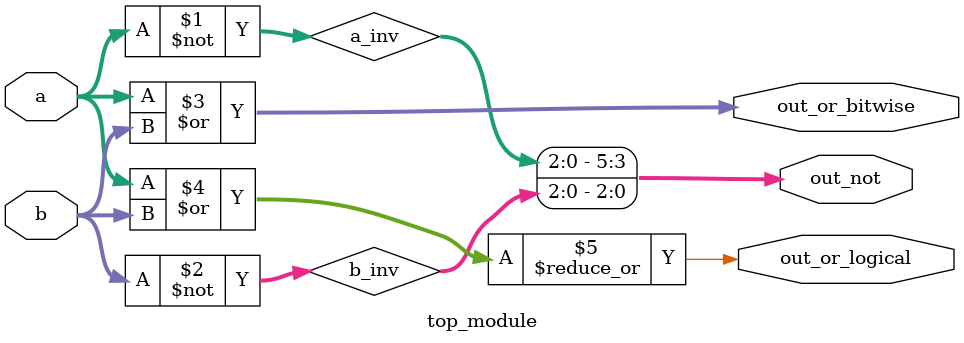
<source format=sv>
module top_module(
  input [2:0] a,
  input [2:0] b,
  output [2:0] out_or_bitwise,
  output out_or_logical,
  output [5:0] out_not
);
  wire [2:0] a_inv, b_inv;
  
  assign a_inv = ~a;
  assign b_inv = ~b;
  
  assign out_or_bitwise = a | b;
  assign out_or_logical = |(a | b);
  assign out_not = {a_inv, b_inv};
endmodule

</source>
